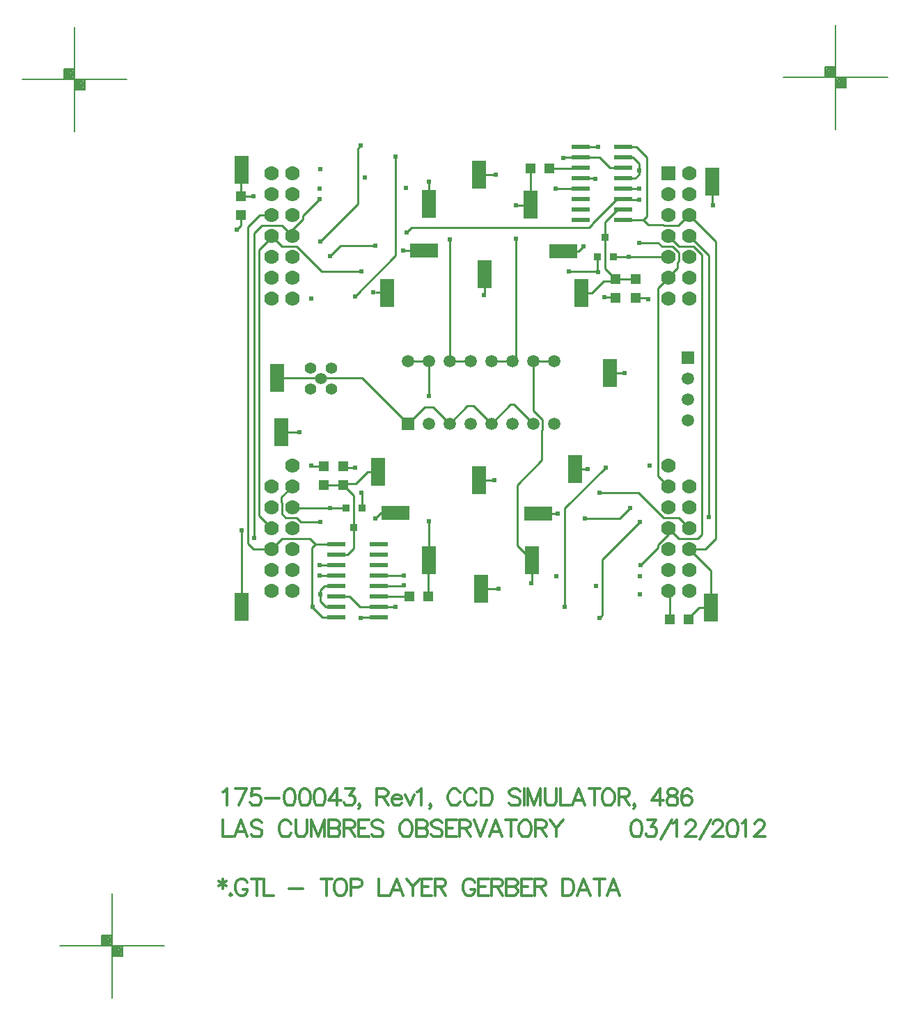
<source format=gtl>
%FSLAX23Y23*%
%MOIN*%
G70*
G01*
G75*
G04 Layer_Physical_Order=1*
G04 Layer_Color=255*
%ADD10R,0.070X0.135*%
%ADD11R,0.087X0.024*%
%ADD12R,0.135X0.070*%
%ADD13R,0.050X0.050*%
%ADD14R,0.050X0.050*%
%ADD15R,0.035X0.037*%
%ADD16R,0.035X0.037*%
%ADD17C,0.010*%
%ADD18C,0.012*%
%ADD19C,0.008*%
%ADD20C,0.012*%
%ADD21C,0.012*%
%ADD22R,0.059X0.059*%
%ADD23C,0.059*%
%ADD24C,0.055*%
%ADD25R,0.070X0.070*%
%ADD26C,0.070*%
%ADD27C,0.024*%
D10*
X15340Y8286D02*
D03*
X15366Y9274D02*
D03*
X15967Y8798D02*
D03*
X14373Y8776D02*
D03*
X16451Y7677D02*
D03*
X15352Y7767D02*
D03*
X15342Y9748D02*
D03*
X14205Y9772D02*
D03*
X14203Y7680D02*
D03*
X16458Y9717D02*
D03*
X15800Y8340D02*
D03*
X15830Y9183D02*
D03*
X14902Y9182D02*
D03*
X14856Y8327D02*
D03*
X15593Y7904D02*
D03*
X15587Y9606D02*
D03*
X15099Y9610D02*
D03*
Y7904D02*
D03*
X14394Y8517D02*
D03*
D11*
X15826Y9882D02*
D03*
Y9832D02*
D03*
Y9782D02*
D03*
Y9732D02*
D03*
Y9682D02*
D03*
Y9632D02*
D03*
Y9582D02*
D03*
Y9532D02*
D03*
X16031Y9882D02*
D03*
Y9832D02*
D03*
Y9782D02*
D03*
Y9732D02*
D03*
Y9682D02*
D03*
Y9632D02*
D03*
Y9582D02*
D03*
Y9532D02*
D03*
X14861Y7628D02*
D03*
Y7678D02*
D03*
Y7728D02*
D03*
Y7778D02*
D03*
Y7828D02*
D03*
Y7878D02*
D03*
Y7928D02*
D03*
Y7978D02*
D03*
X14656Y7628D02*
D03*
Y7678D02*
D03*
Y7728D02*
D03*
Y7778D02*
D03*
Y7828D02*
D03*
Y7878D02*
D03*
Y7928D02*
D03*
Y7978D02*
D03*
D12*
X15624Y8127D02*
D03*
X15744Y9382D02*
D03*
X15077Y9385D02*
D03*
X14942Y8128D02*
D03*
D13*
X16344Y7618D02*
D03*
X16254D02*
D03*
X15678Y9781D02*
D03*
X15588D02*
D03*
X15008Y7729D02*
D03*
X15098D02*
D03*
D14*
X14200Y9557D02*
D03*
Y9647D02*
D03*
X16090Y9248D02*
D03*
Y9158D02*
D03*
X14596Y8262D02*
D03*
Y8352D02*
D03*
X15995Y9248D02*
D03*
Y9158D02*
D03*
X14691Y8262D02*
D03*
Y8352D02*
D03*
D15*
X15945Y9449D02*
D03*
X15908Y9357D02*
D03*
X14741Y8061D02*
D03*
X14779Y8153D02*
D03*
D16*
X15983Y9357D02*
D03*
X14704Y8153D02*
D03*
D17*
X14180Y9487D02*
X14200Y9507D01*
Y9557D01*
X14479Y8517D02*
X14480Y8516D01*
X14394Y8517D02*
X14479D01*
X16246Y7757D02*
X16254Y7749D01*
Y7618D02*
Y7749D01*
X16034Y8798D02*
X16036Y8800D01*
X15967Y8798D02*
X16034D01*
X15421Y9748D02*
X15422Y9749D01*
X15342Y9748D02*
X15421D01*
X15365Y9173D02*
X15366Y9174D01*
Y9274D01*
X15413Y8286D02*
X15414Y8287D01*
X15340Y8286D02*
X15413D01*
X15432Y7767D02*
X15433Y7766D01*
X15352Y7767D02*
X15432D01*
X14200Y9767D02*
X14205Y9772D01*
X14200Y9647D02*
Y9767D01*
Y9647D02*
X14259D01*
X16458Y9604D02*
Y9717D01*
Y9604D02*
X16459Y9603D01*
X14203Y7680D02*
Y8045D01*
X16344Y7618D02*
Y7627D01*
X16394Y7677D01*
X16451D01*
X16346Y7957D02*
X16451Y7852D01*
Y7677D02*
Y7852D01*
X15523Y7974D02*
X15593Y7904D01*
X15523Y7974D02*
Y8264D01*
X15642Y8383D01*
Y8526D01*
X15644Y8527D01*
X15751Y8152D02*
X15946Y8347D01*
X15751Y7679D02*
Y8152D01*
X15644Y8527D02*
Y8575D01*
X15599Y8620D02*
X15644Y8575D01*
X15599Y8620D02*
Y8857D01*
X15507Y8649D02*
X15599Y8557D01*
Y8857D02*
X15699D01*
X15584Y9603D02*
X15587Y9606D01*
X15516Y9603D02*
X15584D01*
X15516Y8874D02*
Y9442D01*
X15499Y8857D02*
X15516Y8874D01*
X15399Y8857D02*
X15499D01*
X15199Y9440D02*
X15200Y9441D01*
X15199Y8857D02*
Y9440D01*
X15017Y9496D02*
X15866D01*
X14994Y9473D02*
X15017Y9496D01*
X15199Y8857D02*
X15299D01*
X15101Y7906D02*
Y8089D01*
Y8688D02*
Y8855D01*
X15099Y8857D02*
X15101Y8855D01*
X14999Y8857D02*
X15099D01*
X14373Y8776D02*
X14780D01*
X15491Y8649D02*
X15507D01*
X15399Y8557D02*
X15491Y8649D01*
X15314Y8642D02*
X15399Y8557D01*
X15284Y8642D02*
X15314D01*
X15199Y8557D02*
X15284Y8642D01*
X15119Y8637D02*
X15199Y8557D01*
X15079Y8637D02*
X15119D01*
X14999Y8557D02*
X15079Y8637D01*
X14780Y8776D02*
X14999Y8557D01*
X14941Y9362D02*
Y9835D01*
X14580Y9428D02*
X14760Y9608D01*
X14496Y9552D02*
X14578Y9634D01*
X14496Y9536D02*
Y9552D01*
X14446Y9486D02*
X14496Y9536D01*
X14467Y9407D02*
X14587Y9287D01*
X14396Y9407D02*
X14467D01*
X14346Y9457D02*
X14396Y9407D01*
Y9507D02*
X14446Y9457D01*
X14300Y9507D02*
X14396D01*
X15866Y9496D02*
X15884Y9514D01*
Y9515D01*
X16001Y9632D01*
X16004Y9582D02*
X16031D01*
X15945Y9523D02*
X16004Y9582D01*
X15945Y9449D02*
Y9523D01*
X16001Y9632D02*
X16031D01*
X14542Y7678D02*
Y7962D01*
X16346Y7957D02*
X16424D01*
X16474Y8007D01*
Y9429D01*
X16346Y9557D02*
X16474Y9429D01*
X16441Y8111D02*
Y9362D01*
X16346Y9457D02*
X16441Y9362D01*
X16407Y8027D02*
Y9366D01*
X16367Y9407D02*
X16407Y9366D01*
X15907Y9285D02*
X15908Y9285D01*
X15769Y9285D02*
X15907D01*
X16296Y9407D02*
X16367D01*
X16296Y8007D02*
X16387D01*
X16407Y8027D01*
X16246Y9457D02*
X16296Y9407D01*
X16267D02*
X16296Y9377D01*
X16217Y9407D02*
X16267D01*
X16240Y9253D02*
X16291Y9304D01*
X16196Y8307D02*
X16246Y8257D01*
X16196Y8307D02*
Y9207D01*
X16246Y9257D01*
X14760Y9608D02*
Y9873D01*
X14775Y9888D01*
X14677Y9410D02*
X14845D01*
X14628Y9361D02*
X14677Y9410D01*
X14587Y9287D02*
X14776D01*
X14746Y9167D02*
X14941Y9362D01*
X16291Y9330D02*
X16296Y9335D01*
Y9377D01*
X16216Y9406D02*
X16217Y9407D01*
X16198Y9424D02*
X16216Y9406D01*
X16152Y9508D02*
X16224D01*
X16225Y9507D01*
X16294D01*
X16340Y9553D01*
X16128Y9532D02*
X16152Y9508D01*
X15588Y9607D02*
Y9781D01*
X15817Y9382D02*
X15841Y9406D01*
X15744Y9382D02*
X15817D01*
X16058Y9357D02*
X16236D01*
X15983D02*
X16058D01*
X15908Y9285D02*
X15910Y9283D01*
X15908Y9285D02*
Y9357D01*
X16145Y9158D02*
X16150Y9153D01*
X16090Y9158D02*
X16145D01*
X15830Y9183D02*
X15880D01*
X15936Y9239D01*
X15986D01*
X15945Y9298D02*
Y9449D01*
X15986Y9239D02*
X15995Y9248D01*
X16090D01*
X15945Y9298D02*
X15995Y9248D01*
X15990Y9163D02*
X15995Y9158D01*
X16106Y9424D02*
X16198D01*
X16291Y9304D02*
Y9330D01*
X15826Y9882D02*
X15909D01*
X15911Y9884D01*
X15745Y9831D02*
X15746Y9832D01*
X15826D01*
X15940Y9163D02*
X15990D01*
X15678Y9781D02*
X15825D01*
X15826Y9782D01*
X16031Y9832D02*
X16078D01*
X15826D02*
X15917D01*
X15967Y9782D02*
X16031D01*
X15917Y9832D02*
X15967Y9782D01*
X16031Y9732D02*
X16087D01*
X16106Y9751D01*
Y9771D01*
X16078Y9832D02*
X16106Y9804D01*
Y9771D02*
Y9804D01*
X16031Y9632D02*
X16033Y9630D01*
X16108D01*
X16031Y9532D02*
X16128D01*
X16144Y9548D01*
Y9832D01*
X16031Y9882D02*
X16094D01*
X16144Y9832D01*
X15932Y7906D02*
X16112Y8086D01*
X15932Y7641D02*
Y7906D01*
X15917Y7626D02*
X15932Y7641D01*
X16196Y7962D02*
Y7977D01*
X16246Y8027D01*
X16114Y7880D02*
X16196Y7962D01*
X15847Y8104D02*
X16015D01*
X16064Y8153D01*
X15916Y8227D02*
X16105D01*
X16225Y8107D01*
X16296D01*
X16346Y8057D01*
X14628Y8153D02*
X14704D01*
X14450D02*
X14628D01*
X14869Y8128D02*
X14942D01*
X14845Y8104D02*
X14869Y8128D01*
X14536Y8357D02*
X14541Y8352D01*
X14596D01*
X15098Y7729D02*
Y7903D01*
X14861Y7728D02*
X14862Y7729D01*
X15008D01*
X14599Y7778D02*
X14656D01*
X14580Y7759D02*
X14599Y7778D01*
X14580Y7739D02*
Y7759D01*
Y7706D02*
Y7739D01*
Y7706D02*
X14608Y7678D01*
X14656D01*
X14395Y8206D02*
X14446Y8257D01*
X14395Y8179D02*
Y8206D01*
Y8179D02*
X14396Y8178D01*
X14467Y8107D02*
X14488Y8086D01*
X14580D01*
X14775Y7626D02*
X14777Y7628D01*
X14861D01*
Y7678D02*
X14940D01*
X14769D02*
X14861D01*
X14691Y8352D02*
X14696Y8347D01*
X14746D01*
X14940Y7678D02*
X14941Y7679D01*
X14719Y7728D02*
X14769Y7678D01*
X14656Y7728D02*
X14719D01*
X14654Y7880D02*
X14656Y7878D01*
X14578Y7880D02*
X14654D01*
X14806Y8327D02*
X14856D01*
X14750Y8271D02*
X14806Y8327D01*
X14700Y8271D02*
X14750D01*
X14691Y8262D02*
X14700Y8271D01*
X14741Y7960D02*
Y8061D01*
X14709Y7928D02*
X14741Y7960D01*
X14656Y7928D02*
X14709D01*
X14542Y7962D02*
X14558Y7978D01*
X14542Y7678D02*
X14592Y7628D01*
X14656D01*
X14346Y7957D02*
X14396Y8007D01*
X14529D01*
X14558Y7978D01*
X14656D01*
X14779Y8153D02*
Y8224D01*
X14776Y8227D02*
X14779Y8224D01*
X14691Y8262D02*
X14741Y8212D01*
Y8061D02*
Y8212D01*
X14596Y8262D02*
X14691D01*
X14446Y8157D02*
X14450Y8153D01*
X15709Y9682D02*
X15826D01*
X15708Y9683D02*
X15709Y9682D01*
X14861Y7828D02*
X14980D01*
X14861Y7778D02*
X14978D01*
X14982Y7782D01*
X15826Y9732D02*
X15895D01*
X15896Y9731D01*
X16031Y9682D02*
X16107D01*
X14654Y7830D02*
X14656Y7828D01*
X14576Y7830D02*
X14654D01*
X14846Y9187D02*
X14897D01*
X14902Y9182D01*
X14978Y9386D02*
X15076D01*
X15077Y9385D01*
X15099Y9610D02*
Y9716D01*
X15593Y7793D02*
Y7904D01*
X15592Y7792D02*
X15593Y7793D01*
X15624Y8127D02*
X15716D01*
X15800Y8340D02*
X15860D01*
X15861Y8339D01*
X14414Y8107D02*
X14467D01*
X14396Y8125D02*
Y8178D01*
Y8125D02*
X14414Y8107D01*
X16246Y8057D02*
X16296Y8007D01*
X14287Y8116D02*
X14346Y8057D01*
Y9448D02*
Y9457D01*
X14287Y9389D02*
X14346Y9448D01*
X14263Y9470D02*
X14300Y9507D01*
X14260Y7957D02*
X14346D01*
X14235Y7982D02*
X14260Y7957D01*
X14287Y8116D02*
Y9389D01*
X14263Y8008D02*
Y9470D01*
X14235Y7982D02*
Y9500D01*
X14292Y9557D01*
X14346D01*
D18*
X14113Y6377D02*
Y6331D01*
X14094Y6366D02*
X14132Y6343D01*
Y6366D02*
X14094Y6343D01*
X14152Y6305D02*
X14148Y6301D01*
X14152Y6297D01*
X14156Y6301D01*
X14152Y6305D01*
X14231Y6358D02*
X14227Y6366D01*
X14219Y6373D01*
X14212Y6377D01*
X14196D01*
X14189Y6373D01*
X14181Y6366D01*
X14177Y6358D01*
X14174Y6347D01*
Y6327D01*
X14177Y6316D01*
X14181Y6308D01*
X14189Y6301D01*
X14196Y6297D01*
X14212D01*
X14219Y6301D01*
X14227Y6308D01*
X14231Y6316D01*
Y6327D01*
X14212D02*
X14231D01*
X14276Y6377D02*
Y6297D01*
X14249Y6377D02*
X14302D01*
X14312D02*
Y6297D01*
X14358D01*
X14429Y6331D02*
X14498D01*
X14611Y6377D02*
Y6297D01*
X14584Y6377D02*
X14638D01*
X14670D02*
X14662Y6373D01*
X14655Y6366D01*
X14651Y6358D01*
X14647Y6347D01*
Y6327D01*
X14651Y6316D01*
X14655Y6308D01*
X14662Y6301D01*
X14670Y6297D01*
X14685D01*
X14693Y6301D01*
X14700Y6308D01*
X14704Y6316D01*
X14708Y6327D01*
Y6347D01*
X14704Y6358D01*
X14700Y6366D01*
X14693Y6373D01*
X14685Y6377D01*
X14670D01*
X14727Y6335D02*
X14761D01*
X14772Y6339D01*
X14776Y6343D01*
X14780Y6350D01*
Y6362D01*
X14776Y6369D01*
X14772Y6373D01*
X14761Y6377D01*
X14727D01*
Y6297D01*
X14861Y6377D02*
Y6297D01*
X14906D01*
X14976D02*
X14946Y6377D01*
X14915Y6297D01*
X14927Y6324D02*
X14965D01*
X14995Y6377D02*
X15025Y6339D01*
Y6297D01*
X15056Y6377D02*
X15025Y6339D01*
X15115Y6377D02*
X15066D01*
Y6297D01*
X15115D01*
X15066Y6339D02*
X15096D01*
X15129Y6377D02*
Y6297D01*
Y6377D02*
X15163D01*
X15175Y6373D01*
X15178Y6369D01*
X15182Y6362D01*
Y6354D01*
X15178Y6347D01*
X15175Y6343D01*
X15163Y6339D01*
X15129D01*
X15155D02*
X15182Y6297D01*
X15320Y6358D02*
X15316Y6366D01*
X15309Y6373D01*
X15301Y6377D01*
X15286D01*
X15278Y6373D01*
X15271Y6366D01*
X15267Y6358D01*
X15263Y6347D01*
Y6327D01*
X15267Y6316D01*
X15271Y6308D01*
X15278Y6301D01*
X15286Y6297D01*
X15301D01*
X15309Y6301D01*
X15316Y6308D01*
X15320Y6316D01*
Y6327D01*
X15301D02*
X15320D01*
X15388Y6377D02*
X15338D01*
Y6297D01*
X15388D01*
X15338Y6339D02*
X15369D01*
X15401Y6377D02*
Y6297D01*
Y6377D02*
X15435D01*
X15447Y6373D01*
X15451Y6369D01*
X15454Y6362D01*
Y6354D01*
X15451Y6347D01*
X15447Y6343D01*
X15435Y6339D01*
X15401D01*
X15428D02*
X15454Y6297D01*
X15472Y6377D02*
Y6297D01*
Y6377D02*
X15507D01*
X15518Y6373D01*
X15522Y6369D01*
X15526Y6362D01*
Y6354D01*
X15522Y6347D01*
X15518Y6343D01*
X15507Y6339D01*
X15472D02*
X15507D01*
X15518Y6335D01*
X15522Y6331D01*
X15526Y6324D01*
Y6312D01*
X15522Y6305D01*
X15518Y6301D01*
X15507Y6297D01*
X15472D01*
X15593Y6377D02*
X15544D01*
Y6297D01*
X15593D01*
X15544Y6339D02*
X15574D01*
X15606Y6377D02*
Y6297D01*
Y6377D02*
X15641D01*
X15652Y6373D01*
X15656Y6369D01*
X15660Y6362D01*
Y6354D01*
X15656Y6347D01*
X15652Y6343D01*
X15641Y6339D01*
X15606D01*
X15633D02*
X15660Y6297D01*
X15741Y6377D02*
Y6297D01*
Y6377D02*
X15767D01*
X15779Y6373D01*
X15786Y6366D01*
X15790Y6358D01*
X15794Y6347D01*
Y6327D01*
X15790Y6316D01*
X15786Y6308D01*
X15779Y6301D01*
X15767Y6297D01*
X15741D01*
X15873D02*
X15842Y6377D01*
X15812Y6297D01*
X15823Y6324D02*
X15861D01*
X15918Y6377D02*
Y6297D01*
X15891Y6377D02*
X15945D01*
X16015Y6297D02*
X15985Y6377D01*
X15954Y6297D01*
X15966Y6324D02*
X16004D01*
D19*
X16796Y10217D02*
X17296D01*
X17046Y9967D02*
Y10467D01*
X17096Y10167D02*
Y10217D01*
X17046Y10167D02*
X17096D01*
X16996Y10217D02*
Y10267D01*
X17046D01*
X17001Y10222D02*
X17041D01*
X17001D02*
Y10262D01*
X17041D01*
Y10222D02*
Y10262D01*
X17006Y10227D02*
X17036D01*
X17006D02*
Y10257D01*
X17036D01*
Y10232D02*
Y10257D01*
X17011Y10232D02*
X17031D01*
X17011D02*
Y10252D01*
X17031D01*
Y10237D02*
Y10252D01*
X17016Y10237D02*
X17026D01*
X17016D02*
Y10247D01*
X17026D01*
Y10237D02*
Y10247D01*
X17016Y10242D02*
X17026D01*
X17051Y10172D02*
X17091D01*
X17051D02*
Y10212D01*
X17091D01*
Y10172D02*
Y10212D01*
X17056Y10177D02*
X17086D01*
X17056D02*
Y10207D01*
X17086D01*
Y10182D02*
Y10207D01*
X17061Y10182D02*
X17081D01*
X17061D02*
Y10202D01*
X17081D01*
Y10187D02*
Y10202D01*
X17066Y10187D02*
X17076D01*
X17066D02*
Y10197D01*
X17076D01*
Y10187D02*
Y10197D01*
X17066Y10192D02*
X17076D01*
X13155Y10207D02*
X13655D01*
X13405Y9957D02*
Y10457D01*
X13455Y10157D02*
Y10207D01*
X13405Y10157D02*
X13455D01*
X13355Y10207D02*
Y10257D01*
X13405D01*
X13360Y10212D02*
X13400D01*
X13360D02*
Y10252D01*
X13400D01*
Y10212D02*
Y10252D01*
X13365Y10217D02*
X13395D01*
X13365D02*
Y10247D01*
X13395D01*
Y10222D02*
Y10247D01*
X13370Y10222D02*
X13390D01*
X13370D02*
Y10242D01*
X13390D01*
Y10227D02*
Y10242D01*
X13375Y10227D02*
X13385D01*
X13375D02*
Y10237D01*
X13385D01*
Y10227D02*
Y10237D01*
X13375Y10232D02*
X13385D01*
X13410Y10162D02*
X13450D01*
X13410D02*
Y10202D01*
X13450D01*
Y10162D02*
Y10202D01*
X13415Y10167D02*
X13445D01*
X13415D02*
Y10197D01*
X13445D01*
Y10172D02*
Y10197D01*
X13420Y10172D02*
X13440D01*
X13420D02*
Y10192D01*
X13440D01*
Y10177D02*
Y10192D01*
X13425Y10177D02*
X13435D01*
X13425D02*
Y10187D01*
X13435D01*
Y10177D02*
Y10187D01*
X13425Y10182D02*
X13435D01*
X13334Y6057D02*
X13834D01*
X13584Y5807D02*
Y6307D01*
X13634Y6007D02*
Y6057D01*
X13584Y6007D02*
X13634D01*
X13534Y6057D02*
Y6107D01*
X13584D01*
X13539Y6062D02*
X13579D01*
X13539D02*
Y6102D01*
X13579D01*
Y6062D02*
Y6102D01*
X13544Y6067D02*
X13574D01*
X13544D02*
Y6097D01*
X13574D01*
Y6072D02*
Y6097D01*
X13549Y6072D02*
X13569D01*
X13549D02*
Y6092D01*
X13569D01*
Y6077D02*
Y6092D01*
X13554Y6077D02*
X13564D01*
X13554D02*
Y6087D01*
X13564D01*
Y6077D02*
Y6087D01*
X13554Y6082D02*
X13564D01*
X13589Y6012D02*
X13629D01*
X13589D02*
Y6052D01*
X13629D01*
Y6012D02*
Y6052D01*
X13594Y6017D02*
X13624D01*
X13594D02*
Y6047D01*
X13624D01*
Y6022D02*
Y6047D01*
X13599Y6022D02*
X13619D01*
X13599D02*
Y6042D01*
X13619D01*
Y6027D02*
Y6042D01*
X13604Y6027D02*
X13614D01*
X13604D02*
Y6037D01*
X13614D01*
Y6027D02*
Y6037D01*
X13604Y6032D02*
X13614D01*
D20*
X14115Y6658D02*
Y6578D01*
X14161D01*
X14230D02*
X14200Y6658D01*
X14169Y6578D01*
X14181Y6604D02*
X14219D01*
X14302Y6646D02*
X14295Y6654D01*
X14283Y6658D01*
X14268D01*
X14257Y6654D01*
X14249Y6646D01*
Y6639D01*
X14253Y6631D01*
X14257Y6627D01*
X14264Y6623D01*
X14287Y6616D01*
X14295Y6612D01*
X14299Y6608D01*
X14302Y6600D01*
Y6589D01*
X14295Y6581D01*
X14283Y6578D01*
X14268D01*
X14257Y6581D01*
X14249Y6589D01*
X14440Y6639D02*
X14436Y6646D01*
X14429Y6654D01*
X14421Y6658D01*
X14406D01*
X14398Y6654D01*
X14391Y6646D01*
X14387Y6639D01*
X14383Y6627D01*
Y6608D01*
X14387Y6597D01*
X14391Y6589D01*
X14398Y6581D01*
X14406Y6578D01*
X14421D01*
X14429Y6581D01*
X14436Y6589D01*
X14440Y6597D01*
X14463Y6658D02*
Y6600D01*
X14467Y6589D01*
X14474Y6581D01*
X14486Y6578D01*
X14493D01*
X14505Y6581D01*
X14512Y6589D01*
X14516Y6600D01*
Y6658D01*
X14538D02*
Y6578D01*
Y6658D02*
X14569Y6578D01*
X14599Y6658D02*
X14569Y6578D01*
X14599Y6658D02*
Y6578D01*
X14622Y6658D02*
Y6578D01*
Y6658D02*
X14656D01*
X14668Y6654D01*
X14671Y6650D01*
X14675Y6642D01*
Y6635D01*
X14671Y6627D01*
X14668Y6623D01*
X14656Y6619D01*
X14622D02*
X14656D01*
X14668Y6616D01*
X14671Y6612D01*
X14675Y6604D01*
Y6593D01*
X14671Y6585D01*
X14668Y6581D01*
X14656Y6578D01*
X14622D01*
X14693Y6658D02*
Y6578D01*
Y6658D02*
X14727D01*
X14739Y6654D01*
X14743Y6650D01*
X14747Y6642D01*
Y6635D01*
X14743Y6627D01*
X14739Y6623D01*
X14727Y6619D01*
X14693D01*
X14720D02*
X14747Y6578D01*
X14814Y6658D02*
X14764D01*
Y6578D01*
X14814D01*
X14764Y6619D02*
X14795D01*
X14881Y6646D02*
X14873Y6654D01*
X14862Y6658D01*
X14846D01*
X14835Y6654D01*
X14827Y6646D01*
Y6639D01*
X14831Y6631D01*
X14835Y6627D01*
X14842Y6623D01*
X14865Y6616D01*
X14873Y6612D01*
X14877Y6608D01*
X14881Y6600D01*
Y6589D01*
X14873Y6581D01*
X14862Y6578D01*
X14846D01*
X14835Y6581D01*
X14827Y6589D01*
X14984Y6658D02*
X14977Y6654D01*
X14969Y6646D01*
X14965Y6639D01*
X14961Y6627D01*
Y6608D01*
X14965Y6597D01*
X14969Y6589D01*
X14977Y6581D01*
X14984Y6578D01*
X14999D01*
X15007Y6581D01*
X15015Y6589D01*
X15018Y6597D01*
X15022Y6608D01*
Y6627D01*
X15018Y6639D01*
X15015Y6646D01*
X15007Y6654D01*
X14999Y6658D01*
X14984D01*
X15041D02*
Y6578D01*
Y6658D02*
X15075D01*
X15087Y6654D01*
X15090Y6650D01*
X15094Y6642D01*
Y6635D01*
X15090Y6627D01*
X15087Y6623D01*
X15075Y6619D01*
X15041D02*
X15075D01*
X15087Y6616D01*
X15090Y6612D01*
X15094Y6604D01*
Y6593D01*
X15090Y6585D01*
X15087Y6581D01*
X15075Y6578D01*
X15041D01*
X15165Y6646D02*
X15158Y6654D01*
X15146Y6658D01*
X15131D01*
X15120Y6654D01*
X15112Y6646D01*
Y6639D01*
X15116Y6631D01*
X15120Y6627D01*
X15127Y6623D01*
X15150Y6616D01*
X15158Y6612D01*
X15162Y6608D01*
X15165Y6600D01*
Y6589D01*
X15158Y6581D01*
X15146Y6578D01*
X15131D01*
X15120Y6581D01*
X15112Y6589D01*
X15233Y6658D02*
X15183D01*
Y6578D01*
X15233D01*
X15183Y6619D02*
X15214D01*
X15246Y6658D02*
Y6578D01*
Y6658D02*
X15280D01*
X15292Y6654D01*
X15296Y6650D01*
X15300Y6642D01*
Y6635D01*
X15296Y6627D01*
X15292Y6623D01*
X15280Y6619D01*
X15246D01*
X15273D02*
X15300Y6578D01*
X15317Y6658D02*
X15348Y6578D01*
X15378Y6658D02*
X15348Y6578D01*
X15450D02*
X15419Y6658D01*
X15389Y6578D01*
X15400Y6604D02*
X15438D01*
X15495Y6658D02*
Y6578D01*
X15468Y6658D02*
X15522D01*
X15554D02*
X15546Y6654D01*
X15539Y6646D01*
X15535Y6639D01*
X15531Y6627D01*
Y6608D01*
X15535Y6597D01*
X15539Y6589D01*
X15546Y6581D01*
X15554Y6578D01*
X15569D01*
X15577Y6581D01*
X15584Y6589D01*
X15588Y6597D01*
X15592Y6608D01*
Y6627D01*
X15588Y6639D01*
X15584Y6646D01*
X15577Y6654D01*
X15569Y6658D01*
X15554D01*
X15611D02*
Y6578D01*
Y6658D02*
X15645D01*
X15656Y6654D01*
X15660Y6650D01*
X15664Y6642D01*
Y6635D01*
X15660Y6627D01*
X15656Y6623D01*
X15645Y6619D01*
X15611D01*
X15637D02*
X15664Y6578D01*
X15682Y6658D02*
X15712Y6619D01*
Y6578D01*
X15743Y6658D02*
X15712Y6619D01*
X16090Y6658D02*
X16079Y6654D01*
X16071Y6642D01*
X16067Y6623D01*
Y6612D01*
X16071Y6593D01*
X16079Y6581D01*
X16090Y6578D01*
X16098D01*
X16109Y6581D01*
X16117Y6593D01*
X16121Y6612D01*
Y6623D01*
X16117Y6642D01*
X16109Y6654D01*
X16098Y6658D01*
X16090D01*
X16146D02*
X16188D01*
X16165Y6627D01*
X16177D01*
X16184Y6623D01*
X16188Y6619D01*
X16192Y6608D01*
Y6600D01*
X16188Y6589D01*
X16180Y6581D01*
X16169Y6578D01*
X16158D01*
X16146Y6581D01*
X16142Y6585D01*
X16139Y6593D01*
X16210Y6566D02*
X16263Y6658D01*
X16268Y6642D02*
X16276Y6646D01*
X16288Y6658D01*
Y6578D01*
X16331Y6639D02*
Y6642D01*
X16335Y6650D01*
X16339Y6654D01*
X16346Y6658D01*
X16361D01*
X16369Y6654D01*
X16373Y6650D01*
X16377Y6642D01*
Y6635D01*
X16373Y6627D01*
X16365Y6616D01*
X16327Y6578D01*
X16380D01*
X16398Y6566D02*
X16452Y6658D01*
X16461Y6639D02*
Y6642D01*
X16465Y6650D01*
X16468Y6654D01*
X16476Y6658D01*
X16491D01*
X16499Y6654D01*
X16503Y6650D01*
X16507Y6642D01*
Y6635D01*
X16503Y6627D01*
X16495Y6616D01*
X16457Y6578D01*
X16510D01*
X16551Y6658D02*
X16540Y6654D01*
X16532Y6642D01*
X16528Y6623D01*
Y6612D01*
X16532Y6593D01*
X16540Y6581D01*
X16551Y6578D01*
X16559D01*
X16570Y6581D01*
X16578Y6593D01*
X16582Y6612D01*
Y6623D01*
X16578Y6642D01*
X16570Y6654D01*
X16559Y6658D01*
X16551D01*
X16599Y6642D02*
X16607Y6646D01*
X16618Y6658D01*
Y6578D01*
X16662Y6639D02*
Y6642D01*
X16666Y6650D01*
X16670Y6654D01*
X16677Y6658D01*
X16692D01*
X16700Y6654D01*
X16704Y6650D01*
X16708Y6642D01*
Y6635D01*
X16704Y6627D01*
X16696Y6616D01*
X16658Y6578D01*
X16711D01*
D21*
X14115Y6792D02*
X14123Y6796D01*
X14134Y6808D01*
Y6728D01*
X14227Y6808D02*
X14189Y6728D01*
X14174Y6808D02*
X14227D01*
X14291D02*
X14253D01*
X14249Y6773D01*
X14253Y6777D01*
X14264Y6781D01*
X14275D01*
X14287Y6777D01*
X14294Y6769D01*
X14298Y6758D01*
Y6750D01*
X14294Y6739D01*
X14287Y6731D01*
X14275Y6728D01*
X14264D01*
X14253Y6731D01*
X14249Y6735D01*
X14245Y6743D01*
X14316Y6762D02*
X14385D01*
X14431Y6808D02*
X14420Y6804D01*
X14412Y6792D01*
X14408Y6773D01*
Y6762D01*
X14412Y6743D01*
X14420Y6731D01*
X14431Y6728D01*
X14439D01*
X14450Y6731D01*
X14458Y6743D01*
X14462Y6762D01*
Y6773D01*
X14458Y6792D01*
X14450Y6804D01*
X14439Y6808D01*
X14431D01*
X14502D02*
X14491Y6804D01*
X14483Y6792D01*
X14480Y6773D01*
Y6762D01*
X14483Y6743D01*
X14491Y6731D01*
X14502Y6728D01*
X14510D01*
X14521Y6731D01*
X14529Y6743D01*
X14533Y6762D01*
Y6773D01*
X14529Y6792D01*
X14521Y6804D01*
X14510Y6808D01*
X14502D01*
X14574D02*
X14562Y6804D01*
X14555Y6792D01*
X14551Y6773D01*
Y6762D01*
X14555Y6743D01*
X14562Y6731D01*
X14574Y6728D01*
X14581D01*
X14593Y6731D01*
X14600Y6743D01*
X14604Y6762D01*
Y6773D01*
X14600Y6792D01*
X14593Y6804D01*
X14581Y6808D01*
X14574D01*
X14660D02*
X14622Y6754D01*
X14679D01*
X14660Y6808D02*
Y6728D01*
X14701Y6808D02*
X14743D01*
X14720Y6777D01*
X14731D01*
X14739Y6773D01*
X14743Y6769D01*
X14747Y6758D01*
Y6750D01*
X14743Y6739D01*
X14735Y6731D01*
X14724Y6728D01*
X14712D01*
X14701Y6731D01*
X14697Y6735D01*
X14693Y6743D01*
X14772Y6731D02*
X14768Y6728D01*
X14764Y6731D01*
X14768Y6735D01*
X14772Y6731D01*
Y6724D01*
X14768Y6716D01*
X14764Y6712D01*
X14852Y6808D02*
Y6728D01*
Y6808D02*
X14887D01*
X14898Y6804D01*
X14902Y6800D01*
X14906Y6792D01*
Y6785D01*
X14902Y6777D01*
X14898Y6773D01*
X14887Y6769D01*
X14852D01*
X14879D02*
X14906Y6728D01*
X14924Y6758D02*
X14969D01*
Y6766D01*
X14966Y6773D01*
X14962Y6777D01*
X14954Y6781D01*
X14943D01*
X14935Y6777D01*
X14927Y6769D01*
X14924Y6758D01*
Y6750D01*
X14927Y6739D01*
X14935Y6731D01*
X14943Y6728D01*
X14954D01*
X14962Y6731D01*
X14969Y6739D01*
X14986Y6781D02*
X15009Y6728D01*
X15032Y6781D02*
X15009Y6728D01*
X15045Y6792D02*
X15053Y6796D01*
X15064Y6808D01*
Y6728D01*
X15111Y6731D02*
X15108Y6728D01*
X15104Y6731D01*
X15108Y6735D01*
X15111Y6731D01*
Y6724D01*
X15108Y6716D01*
X15104Y6712D01*
X15249Y6789D02*
X15245Y6796D01*
X15237Y6804D01*
X15230Y6808D01*
X15215D01*
X15207Y6804D01*
X15199Y6796D01*
X15196Y6789D01*
X15192Y6777D01*
Y6758D01*
X15196Y6747D01*
X15199Y6739D01*
X15207Y6731D01*
X15215Y6728D01*
X15230D01*
X15237Y6731D01*
X15245Y6739D01*
X15249Y6747D01*
X15328Y6789D02*
X15325Y6796D01*
X15317Y6804D01*
X15309Y6808D01*
X15294D01*
X15287Y6804D01*
X15279Y6796D01*
X15275Y6789D01*
X15271Y6777D01*
Y6758D01*
X15275Y6747D01*
X15279Y6739D01*
X15287Y6731D01*
X15294Y6728D01*
X15309D01*
X15317Y6731D01*
X15325Y6739D01*
X15328Y6747D01*
X15351Y6808D02*
Y6728D01*
Y6808D02*
X15378D01*
X15389Y6804D01*
X15397Y6796D01*
X15400Y6789D01*
X15404Y6777D01*
Y6758D01*
X15400Y6747D01*
X15397Y6739D01*
X15389Y6731D01*
X15378Y6728D01*
X15351D01*
X15538Y6796D02*
X15531Y6804D01*
X15519Y6808D01*
X15504D01*
X15493Y6804D01*
X15485Y6796D01*
Y6789D01*
X15489Y6781D01*
X15493Y6777D01*
X15500Y6773D01*
X15523Y6766D01*
X15531Y6762D01*
X15535Y6758D01*
X15538Y6750D01*
Y6739D01*
X15531Y6731D01*
X15519Y6728D01*
X15504D01*
X15493Y6731D01*
X15485Y6739D01*
X15556Y6808D02*
Y6728D01*
X15573Y6808D02*
Y6728D01*
Y6808D02*
X15603Y6728D01*
X15634Y6808D02*
X15603Y6728D01*
X15634Y6808D02*
Y6728D01*
X15657Y6808D02*
Y6750D01*
X15661Y6739D01*
X15668Y6731D01*
X15680Y6728D01*
X15687D01*
X15699Y6731D01*
X15706Y6739D01*
X15710Y6750D01*
Y6808D01*
X15732D02*
Y6728D01*
X15778D01*
X15848D02*
X15817Y6808D01*
X15787Y6728D01*
X15798Y6754D02*
X15836D01*
X15893Y6808D02*
Y6728D01*
X15866Y6808D02*
X15920D01*
X15952D02*
X15944Y6804D01*
X15937Y6796D01*
X15933Y6789D01*
X15929Y6777D01*
Y6758D01*
X15933Y6747D01*
X15937Y6739D01*
X15944Y6731D01*
X15952Y6728D01*
X15967D01*
X15975Y6731D01*
X15982Y6739D01*
X15986Y6747D01*
X15990Y6758D01*
Y6777D01*
X15986Y6789D01*
X15982Y6796D01*
X15975Y6804D01*
X15967Y6808D01*
X15952D01*
X16009D02*
Y6728D01*
Y6808D02*
X16043D01*
X16054Y6804D01*
X16058Y6800D01*
X16062Y6792D01*
Y6785D01*
X16058Y6777D01*
X16054Y6773D01*
X16043Y6769D01*
X16009D01*
X16035D02*
X16062Y6728D01*
X16088Y6731D02*
X16084Y6728D01*
X16080Y6731D01*
X16084Y6735D01*
X16088Y6731D01*
Y6724D01*
X16084Y6716D01*
X16080Y6712D01*
X16206Y6808D02*
X16168Y6754D01*
X16225D01*
X16206Y6808D02*
Y6728D01*
X16258Y6808D02*
X16247Y6804D01*
X16243Y6796D01*
Y6789D01*
X16247Y6781D01*
X16254Y6777D01*
X16270Y6773D01*
X16281Y6769D01*
X16289Y6762D01*
X16292Y6754D01*
Y6743D01*
X16289Y6735D01*
X16285Y6731D01*
X16273Y6728D01*
X16258D01*
X16247Y6731D01*
X16243Y6735D01*
X16239Y6743D01*
Y6754D01*
X16243Y6762D01*
X16251Y6769D01*
X16262Y6773D01*
X16277Y6777D01*
X16285Y6781D01*
X16289Y6789D01*
Y6796D01*
X16285Y6804D01*
X16273Y6808D01*
X16258D01*
X16356Y6796D02*
X16352Y6804D01*
X16341Y6808D01*
X16333D01*
X16322Y6804D01*
X16314Y6792D01*
X16310Y6773D01*
Y6754D01*
X16314Y6739D01*
X16322Y6731D01*
X16333Y6728D01*
X16337D01*
X16348Y6731D01*
X16356Y6739D01*
X16360Y6750D01*
Y6754D01*
X16356Y6766D01*
X16348Y6773D01*
X16337Y6777D01*
X16333D01*
X16322Y6773D01*
X16314Y6766D01*
X16310Y6754D01*
D22*
X14999Y8557D02*
D03*
X16342Y8874D02*
D03*
D23*
X15099Y8557D02*
D03*
X15199D02*
D03*
X15299D02*
D03*
X15399D02*
D03*
X15499D02*
D03*
X15599D02*
D03*
X15699D02*
D03*
X14999Y8857D02*
D03*
X15099D02*
D03*
X15199D02*
D03*
X15299D02*
D03*
X15399D02*
D03*
X15499D02*
D03*
X15599D02*
D03*
X15699D02*
D03*
X16342Y8574D02*
D03*
Y8674D02*
D03*
Y8774D02*
D03*
D24*
X14635Y8722D02*
D03*
X14535D02*
D03*
Y8822D02*
D03*
X14635D02*
D03*
X14585Y8772D02*
D03*
D25*
X16246Y9757D02*
D03*
D26*
Y9657D02*
D03*
Y9557D02*
D03*
Y9457D02*
D03*
Y9357D02*
D03*
Y9257D02*
D03*
Y9157D02*
D03*
Y8357D02*
D03*
Y8257D02*
D03*
Y8157D02*
D03*
Y8057D02*
D03*
Y7957D02*
D03*
Y7857D02*
D03*
Y7757D02*
D03*
X16346Y9757D02*
D03*
Y9657D02*
D03*
Y9557D02*
D03*
Y9457D02*
D03*
Y9357D02*
D03*
Y9257D02*
D03*
Y9157D02*
D03*
Y8257D02*
D03*
Y8157D02*
D03*
Y8057D02*
D03*
Y7957D02*
D03*
Y7857D02*
D03*
Y7757D02*
D03*
X14446Y9757D02*
D03*
Y9657D02*
D03*
Y9557D02*
D03*
Y9457D02*
D03*
Y9357D02*
D03*
Y9257D02*
D03*
Y9157D02*
D03*
Y8357D02*
D03*
Y8257D02*
D03*
Y8157D02*
D03*
Y8057D02*
D03*
Y7957D02*
D03*
Y7857D02*
D03*
Y7757D02*
D03*
X14346Y9757D02*
D03*
Y9657D02*
D03*
Y9557D02*
D03*
Y9457D02*
D03*
Y9357D02*
D03*
Y9257D02*
D03*
Y9157D02*
D03*
Y8257D02*
D03*
Y8157D02*
D03*
Y8057D02*
D03*
Y7957D02*
D03*
Y7857D02*
D03*
Y7757D02*
D03*
D27*
X14180Y9487D02*
D03*
X14480Y8516D02*
D03*
X16036Y8800D02*
D03*
X15422Y9749D02*
D03*
X15365Y9173D02*
D03*
X15414Y8287D02*
D03*
X15433Y7766D02*
D03*
X14259Y9647D02*
D03*
X16459Y9603D02*
D03*
X14203Y8045D02*
D03*
X15516Y9603D02*
D03*
Y9442D02*
D03*
X15200Y9441D02*
D03*
X15101Y8089D02*
D03*
Y8688D02*
D03*
X14994Y9473D02*
D03*
X14543Y7681D02*
D03*
X15769Y9285D02*
D03*
X16441Y8111D02*
D03*
X14845Y9410D02*
D03*
X14628Y9361D02*
D03*
X14776Y9287D02*
D03*
X14536Y9157D02*
D03*
X14580Y9428D02*
D03*
X14775Y9888D02*
D03*
X14941Y9835D02*
D03*
X14746Y9167D02*
D03*
X14580Y9775D02*
D03*
X14578Y9634D02*
D03*
X15841Y9406D02*
D03*
X16058Y9357D02*
D03*
X15910Y9283D02*
D03*
X16150Y9153D02*
D03*
X16106Y9424D02*
D03*
X15911Y9884D02*
D03*
X15745Y9831D02*
D03*
X15940Y9163D02*
D03*
X16106Y9771D02*
D03*
X16108Y9630D02*
D03*
X15847Y8104D02*
D03*
X16064Y8153D02*
D03*
X15916Y8227D02*
D03*
X16156Y8357D02*
D03*
X15917Y7626D02*
D03*
X16112Y8086D02*
D03*
X15751Y7679D02*
D03*
X15946Y8347D02*
D03*
X16112Y7739D02*
D03*
X16114Y7880D02*
D03*
X14845Y8104D02*
D03*
X14628Y8153D02*
D03*
X14536Y8357D02*
D03*
X14580Y7739D02*
D03*
Y8086D02*
D03*
X14775Y7626D02*
D03*
X14746Y8347D02*
D03*
X14941Y7679D02*
D03*
X14578Y7880D02*
D03*
X14776Y8227D02*
D03*
X15708Y9683D02*
D03*
X14990Y9686D02*
D03*
X14980Y7828D02*
D03*
X15709Y7827D02*
D03*
X15901Y7778D02*
D03*
X14794Y9735D02*
D03*
X14982Y7782D02*
D03*
X15896Y9731D02*
D03*
X16107Y9682D02*
D03*
X14577Y9684D02*
D03*
X14576Y7830D02*
D03*
X16111Y7827D02*
D03*
X14834Y9187D02*
D03*
X14978Y9386D02*
D03*
X15099Y9716D02*
D03*
X15592Y7792D02*
D03*
X15716Y8127D02*
D03*
X15861Y8339D02*
D03*
X14263Y8008D02*
D03*
M02*

</source>
